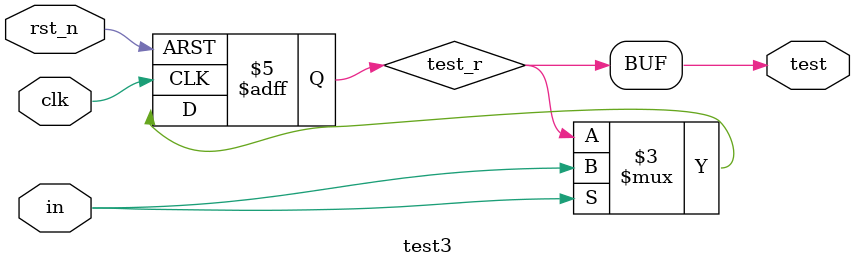
<source format=v>
module test3(
    input wire clk,
    input wire rst_n,
    input wire in,
    output wire test
    );
    reg test_r;
    always @(posedge clk or negedge rst_n) begin
        if (!rst_n) begin
            test_r <= 1'b0; // 异步复位时赋值0
        end
        else begin
            if(in)
                test_r <= in;
        end
    end
    assign test=test_r;

endmodule

</source>
